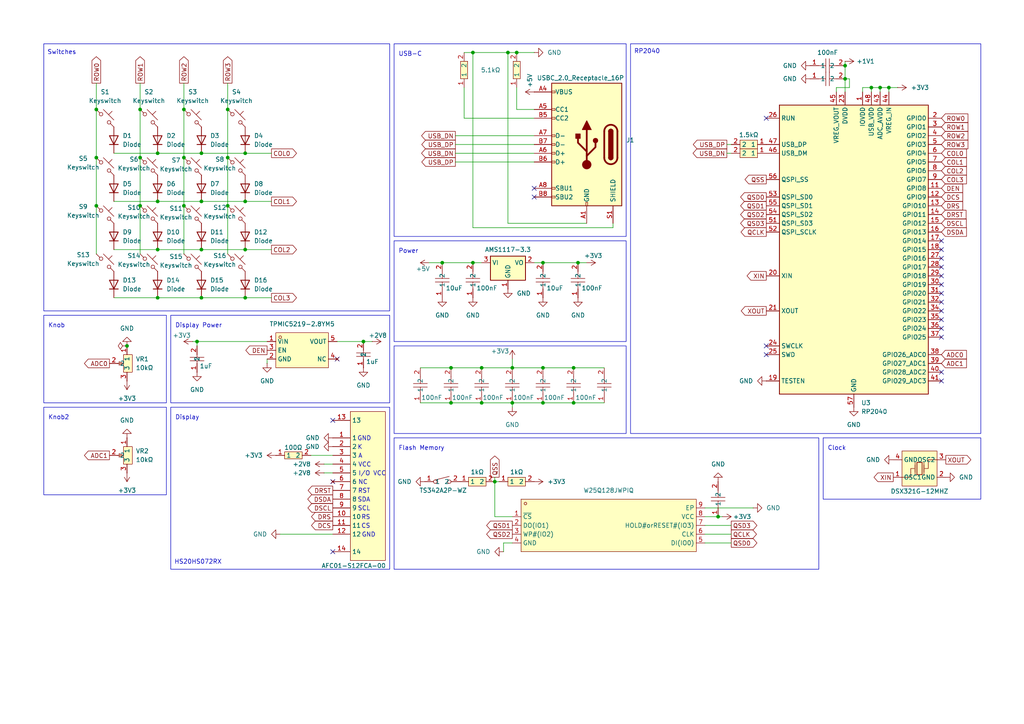
<source format=kicad_sch>
(kicad_sch (version 20250114) (generator "eeschema") (generator_version "9.0")
  (paper "A4")
  (title_block (title "Creative Pad") (date "2025-08-03") (rev "v1.1") (company "CherryTree56567"))
  (rectangle (start 12.7 118.11) (end 48.26 143.51))
  (rectangle (start 49.53 118.11) (end 113.03 165.1))
  (rectangle (start 114.3 12.7) (end 181.61 68.58))
  (rectangle (start 114.3 69.85) (end 181.61 99.06))
  (rectangle (start 12.7 91.44) (end 48.26 116.84))
  (rectangle (start 182.88 12.7) (end 284.48 125.73))
  (rectangle (start 114.3 100.33) (end 181.61 125.73))
  (rectangle (start 12.7 12.7) (end 113.03 90.17))
  (rectangle (start 114.3 127) (end 237.49 165.1))
  (rectangle (start 49.53 91.44) (end 113.03 116.84))
  (rectangle (start 238.76 127) (end 284.48 144.78))
  (text "RS" (at 107.442 150.876 0) (effects (font (size 1.27 1.27)) (justify right bottom)))
  (text "VCC" (at 107.696 135.636 0) (effects (font (size 1.27 1.27)) (justify right bottom)))
  (text "GND" (at 108.966 155.956 0) (effects (font (size 1.27 1.27)) (justify right bottom)))
  (text "GND" (at 107.696 128.016 0) (effects (font (size 1.27 1.27)) (justify right bottom)))
  (text "CS" (at 107.442 153.416 0) (effects (font (size 1.27 1.27)) (justify right bottom)))
  (text "I/O VCC" (at 112.014 138.176 0) (effects (font (size 1.27 1.27)) (justify right bottom)))
  (text "Knob" (at 13.97 95.25 0) (effects (font (size 1.27 1.27)) (justify left bottom)))
  (text "HS20HS072RX" (at 50.546 163.83 0) (effects (font (size 1.27 1.27)) (justify left bottom)))
  (text "Switches" (at 13.716 16.002 0) (effects (font (size 1.27 1.27)) (justify left bottom)))
  (text "Display" (at 50.8 121.92 0) (effects (font (size 1.27 1.27)) (justify left bottom)))
  (text "K" (at 105.156 130.556 0) (effects (font (size 1.27 1.27)) (justify right bottom)))
  (text "Display Power" (at 50.8 95.25 0) (effects (font (size 1.27 1.27)) (justify left bottom)))
  (text "Power" (at 115.57 73.66 0) (effects (font (size 1.27 1.27)) (justify left bottom)))
  (text "Knob2" (at 13.97 121.92 0) (effects (font (size 1.27 1.27)) (justify left bottom)))
  (text "SCL" (at 107.442 148.336 0) (effects (font (size 1.27 1.27)) (justify right bottom)))
  (text "RP2040" (at 183.896 15.748 0) (effects (font (size 1.27 1.27)) (justify left bottom)))
  (text "Flash Memory" (at 115.57 130.81 0) (effects (font (size 1.27 1.27)) (justify left bottom)))
  (text "USB-C" (at 115.57 16.51 0) (effects (font (size 1.27 1.27)) (justify left bottom)))
  (text "RST" (at 107.442 143.256 0) (effects (font (size 1.27 1.27)) (justify right bottom)))
  (text "SDA" (at 107.442 145.796 0) (effects (font (size 1.27 1.27)) (justify right bottom)))
  (text "A" (at 105.156 133.096 0) (effects (font (size 1.27 1.27)) (justify right bottom)))
  (text "Clock" (at 240.03 130.81 0) (effects (font (size 1.27 1.27)) (justify left bottom)))
  (text "NC" (at 106.68 140.716 0) (effects (font (size 1.27 1.27)) (justify right bottom)))
  (junction (at 130.81 106.68))
  (junction (at 166.37 116.84))
  (junction (at 245.11 22.86))
  (junction (at 143.51 139.7))
  (junction (at 45.72 44.45))
  (junction (at 53.34 45.72))
  (junction (at 157.48 76.2))
  (junction (at 66.04 31.75))
  (junction (at 166.37 106.68))
  (junction (at 66.04 59.69))
  (junction (at 105.41 99.06))
  (junction (at 57.15 99.06))
  (junction (at 45.72 86.36))
  (junction (at 139.7 106.68))
  (junction (at 36.83 100.33))
  (junction (at 208.28 149.86))
  (junction (at 58.42 86.36))
  (junction (at 27.94 31.75))
  (junction (at 245.11 19.05))
  (junction (at 255.27 25.4))
  (junction (at 148.59 116.84))
  (junction (at 137.16 15.24))
  (junction (at 40.64 59.69))
  (junction (at 71.12 72.39))
  (junction (at 157.48 116.84))
  (junction (at 66.04 45.72))
  (junction (at 58.42 72.39))
  (junction (at 139.7 116.84))
  (junction (at 71.12 44.45))
  (junction (at 147.32 15.24))
  (junction (at 128.27 76.2))
  (junction (at 71.12 86.36))
  (junction (at 149.86 15.24))
  (junction (at 27.94 45.72))
  (junction (at 45.72 58.42))
  (junction (at 157.48 106.68))
  (junction (at 137.16 76.2))
  (junction (at 45.72 72.39))
  (junction (at 53.34 31.75))
  (junction (at 257.81 25.4))
  (junction (at 27.94 59.69))
  (junction (at 58.42 58.42))
  (junction (at 71.12 58.42))
  (junction (at 58.42 44.45))
  (junction (at 40.64 45.72))
  (junction (at 53.34 59.69))
  (junction (at 40.64 31.75))
  (junction (at 130.81 116.84))
  (junction (at 148.59 106.68))
  (junction (at 167.64 76.2))
  (junction (at 252.73 25.4))
  (no_connect (at 273.05 95.25))
  (no_connect (at 96.52 160.02))
  (no_connect (at 154.94 57.15))
  (no_connect (at 273.05 110.49))
  (no_connect (at 273.05 107.95))
  (no_connect (at 222.25 34.29))
  (no_connect (at 273.05 82.55))
  (no_connect (at 222.25 100.33))
  (no_connect (at 273.05 97.79))
  (no_connect (at 273.05 92.71))
  (no_connect (at 273.05 85.09))
  (no_connect (at 96.52 139.7))
  (no_connect (at 273.05 74.93))
  (no_connect (at 273.05 69.85))
  (no_connect (at 273.05 80.01))
  (no_connect (at 96.52 121.92))
  (no_connect (at 273.05 77.47))
  (no_connect (at 154.94 54.61))
  (no_connect (at 273.05 72.39))
  (no_connect (at 222.25 102.87))
  (no_connect (at 97.79 104.14))
  (no_connect (at 273.05 87.63))
  (no_connect (at 273.05 90.17))
  (wire (pts (xy 255.27 25.4) (xy 252.73 25.4)))
  (wire (pts (xy 58.42 58.42) (xy 71.12 58.42)))
  (wire (pts (xy 53.34 59.69) (xy 53.34 73.66)))
  (wire (pts (xy 148.59 104.14) (xy 148.59 106.68)))
  (wire (pts (xy 204.47 149.86) (xy 208.28 149.86)))
  (wire (pts (xy 66.04 45.72) (xy 66.04 59.69)))
  (wire (pts (xy 149.86 25.4) (xy 149.86 31.75)))
  (wire (pts (xy 212.09 157.48) (xy 204.47 157.48)))
  (wire (pts (xy 71.12 86.36) (xy 78.74 86.36)))
  (wire (pts (xy 137.16 76.2) (xy 139.7 76.2)))
  (wire (pts (xy 53.34 31.75) (xy 53.34 45.72)))
  (wire (pts (xy 245.11 22.86) (xy 246.38 22.86)))
  (wire (pts (xy 132.08 44.45) (xy 154.94 44.45)))
  (wire (pts (xy 260.35 25.4) (xy 257.81 25.4)))
  (wire (pts (xy 250.19 25.4) (xy 250.19 26.67)))
  (wire (pts (xy 167.64 76.2) (xy 170.18 76.2)))
  (wire (pts (xy 212.09 41.91) (xy 210.82 41.91)))
  (wire (pts (xy 139.7 116.84) (xy 148.59 116.84)))
  (wire (pts (xy 242.57 25.4) (xy 246.38 25.4)))
  (wire (pts (xy 157.48 76.2) (xy 167.64 76.2)))
  (wire (pts (xy 124.46 76.2) (xy 128.27 76.2)))
  (wire (pts (xy 154.94 76.2) (xy 157.48 76.2)))
  (wire (pts (xy 204.47 152.4) (xy 212.09 152.4)))
  (wire (pts (xy 130.81 116.84) (xy 139.7 116.84)))
  (wire (pts (xy 143.51 138.43) (xy 143.51 139.7)))
  (wire (pts (xy 147.32 15.24) (xy 149.86 15.24)))
  (wire (pts (xy 252.73 25.4) (xy 252.73 26.67)))
  (wire (pts (xy 57.15 100.33) (xy 57.15 99.06)))
  (wire (pts (xy 242.57 26.67) (xy 242.57 25.4)))
  (wire (pts (xy 246.38 22.86) (xy 246.38 25.4)))
  (wire (pts (xy 121.92 106.68) (xy 130.81 106.68)))
  (wire (pts (xy 27.94 24.13) (xy 27.94 31.75)))
  (wire (pts (xy 53.34 45.72) (xy 53.34 59.69)))
  (wire (pts (xy 139.7 106.68) (xy 148.59 106.68)))
  (wire (pts (xy 166.37 116.84) (xy 175.26 116.84)))
  (wire (pts (xy 27.94 45.72) (xy 27.94 59.69)))
  (wire (pts (xy 154.94 34.29) (xy 134.62 34.29)))
  (wire (pts (xy 245.11 19.05) (xy 245.11 22.86)))
  (wire (pts (xy 252.73 25.4) (xy 250.19 25.4)))
  (wire (pts (xy 257.81 25.4) (xy 255.27 25.4)))
  (wire (pts (xy 143.51 139.7) (xy 143.51 149.86)))
  (wire (pts (xy 66.04 31.75) (xy 66.04 45.72)))
  (wire (pts (xy 58.42 44.45) (xy 71.12 44.45)))
  (wire (pts (xy 134.62 15.24) (xy 137.16 15.24)))
  (wire (pts (xy 146.05 157.48) (xy 148.59 157.48)))
  (wire (pts (xy 204.47 147.32) (xy 218.44 147.32)))
  (wire (pts (xy 58.42 86.36) (xy 71.12 86.36)))
  (wire (pts (xy 66.04 24.13) (xy 66.04 31.75)))
  (wire (pts (xy 146.05 160.02) (xy 146.05 157.48)))
  (wire (pts (xy 40.64 59.69) (xy 40.64 73.66)))
  (wire (pts (xy 71.12 58.42) (xy 78.74 58.42)))
  (wire (pts (xy 96.52 154.94) (xy 81.28 154.94)))
  (wire (pts (xy 245.11 22.86) (xy 245.11 26.67)))
  (wire (pts (xy 27.94 59.69) (xy 27.94 73.66)))
  (wire (pts (xy 58.42 72.39) (xy 71.12 72.39)))
  (wire (pts (xy 212.09 44.45) (xy 210.82 44.45)))
  (wire (pts (xy 148.59 118.11) (xy 148.59 116.84)))
  (wire (pts (xy 143.51 149.86) (xy 148.59 149.86)))
  (wire (pts (xy 96.52 134.62) (xy 93.98 134.62)))
  (wire (pts (xy 45.72 86.36) (xy 58.42 86.36)))
  (wire (pts (xy 45.72 44.45) (xy 58.42 44.45)))
  (wire (pts (xy 77.47 104.14) (xy 77.47 105.41)))
  (wire (pts (xy 33.02 58.42) (xy 45.72 58.42)))
  (wire (pts (xy 121.92 116.84) (xy 130.81 116.84)))
  (wire (pts (xy 137.16 15.24) (xy 147.32 15.24)))
  (wire (pts (xy 33.02 44.45) (xy 45.72 44.45)))
  (wire (pts (xy 128.27 76.2) (xy 137.16 76.2)))
  (wire (pts (xy 132.08 46.99) (xy 154.94 46.99)))
  (wire (pts (xy 33.02 72.39) (xy 45.72 72.39)))
  (wire (pts (xy 157.48 116.84) (xy 166.37 116.84)))
  (wire (pts (xy 166.37 106.68) (xy 175.26 106.68)))
  (wire (pts (xy 71.12 44.45) (xy 78.74 44.45)))
  (wire (pts (xy 170.18 64.77) (xy 147.32 64.77)))
  (wire (pts (xy 137.16 66.04) (xy 137.16 15.24)))
  (wire (pts (xy 208.28 149.86) (xy 209.55 149.86)))
  (wire (pts (xy 97.79 99.06) (xy 105.41 99.06)))
  (wire (pts (xy 255.27 25.4) (xy 255.27 26.67)))
  (wire (pts (xy 77.47 99.06) (xy 57.15 99.06)))
  (wire (pts (xy 204.47 154.94) (xy 212.09 154.94)))
  (wire (pts (xy 40.64 45.72) (xy 40.64 59.69)))
  (wire (pts (xy 132.08 39.37) (xy 154.94 39.37)))
  (wire (pts (xy 66.04 59.69) (xy 66.04 73.66)))
  (wire (pts (xy 177.8 66.04) (xy 137.16 66.04)))
  (wire (pts (xy 157.48 106.68) (xy 166.37 106.68)))
  (wire (pts (xy 27.94 31.75) (xy 27.94 45.72)))
  (wire (pts (xy 257.81 26.67) (xy 257.81 25.4)))
  (wire (pts (xy 130.81 106.68) (xy 139.7 106.68)))
  (wire (pts (xy 149.86 31.75) (xy 154.94 31.75)))
  (wire (pts (xy 45.72 58.42) (xy 58.42 58.42)))
  (wire (pts (xy 105.41 99.06) (xy 107.95 99.06)))
  (wire (pts (xy 149.86 15.24) (xy 154.94 15.24)))
  (wire (pts (xy 96.52 132.08) (xy 90.17 132.08)))
  (wire (pts (xy 40.64 24.13) (xy 40.64 31.75)))
  (wire (pts (xy 40.64 31.75) (xy 40.64 45.72)))
  (wire (pts (xy 148.59 106.68) (xy 157.48 106.68)))
  (wire (pts (xy 57.15 99.06) (xy 55.88 99.06)))
  (wire (pts (xy 134.62 34.29) (xy 134.62 25.4)))
  (wire (pts (xy 33.02 86.36) (xy 45.72 86.36)))
  (wire (pts (xy 245.11 17.78) (xy 245.11 19.05)))
  (wire (pts (xy 132.08 41.91) (xy 154.94 41.91)))
  (wire (pts (xy 45.72 72.39) (xy 58.42 72.39)))
  (wire (pts (xy 71.12 72.39) (xy 78.74 72.39)))
  (wire (pts (xy 53.34 24.13) (xy 53.34 31.75)))
  (wire (pts (xy 177.8 64.77) (xy 177.8 66.04)))
  (wire (pts (xy 148.59 116.84) (xy 157.48 116.84)))
  (wire (pts (xy 147.32 64.77) (xy 147.32 15.24)))
  (wire (pts (xy 143.51 139.7) (xy 144.78 139.7)))
  (wire (pts (xy 96.52 137.16) (xy 93.98 137.16)))
  (global_label "COL3" (shape output) (at 78.74 86.36 0) (property "Intersheetrefs" "${INTERSHEET_REFS}" (effects (hide yes))))
  (global_label "ROW2" (shape input) (at 273.05 39.37 0) (property "Intersheetrefs" "${INTERSHEET_REFS}" (effects (hide yes))))
  (global_label "DRS" (shape output) (at 96.52 149.86 180) (property "Intersheetrefs" "${INTERSHEET_REFS}" (effects (hide yes))))
  (global_label "ROW2" (shape output) (at 53.34 24.13 90) (property "Intersheetrefs" "${INTERSHEET_REFS}" (effects (hide yes))))
  (global_label "DRS" (shape input) (at 273.05 59.69 0) (property "Intersheetrefs" "${INTERSHEET_REFS}" (effects (hide yes))))
  (global_label "ADC1" (shape output) (at 31.75 132.08 180) (property "Intersheetrefs" "${INTERSHEET_REFS}" (effects (hide yes))))
  (global_label "XOUT" (shape output) (at 274.32 133.35 0) (property "Intersheetrefs" "${INTERSHEET_REFS}" (effects (hide yes))))
  (global_label "QSD2" (shape output) (at 222.25 62.23 180) (property "Intersheetrefs" "${INTERSHEET_REFS}" (effects (hide yes))))
  (global_label "QSD1" (shape output) (at 148.59 152.4 180) (property "Intersheetrefs" "${INTERSHEET_REFS}" (effects (hide yes))))
  (global_label "USB_DN" (shape output) (at 132.08 44.45 180) (property "Intersheetrefs" "${INTERSHEET_REFS}" (effects (hide yes))))
  (global_label "COL0" (shape input) (at 273.05 44.45 0) (property "Intersheetrefs" "${INTERSHEET_REFS}" (effects (hide yes))))
  (global_label "QSD0" (shape output) (at 222.25 57.15 180) (property "Intersheetrefs" "${INTERSHEET_REFS}" (effects (hide yes))))
  (global_label "COL1" (shape input) (at 273.05 46.99 0) (property "Intersheetrefs" "${INTERSHEET_REFS}" (effects (hide yes))))
  (global_label "QSD0" (shape output) (at 212.09 157.48 0) (property "Intersheetrefs" "${INTERSHEET_REFS}" (effects (hide yes))))
  (global_label "COL0" (shape output) (at 78.74 44.45 0) (property "Intersheetrefs" "${INTERSHEET_REFS}" (effects (hide yes))))
  (global_label "COL2" (shape output) (at 78.74 72.39 0) (property "Intersheetrefs" "${INTERSHEET_REFS}" (effects (hide yes))))
  (global_label "DEN" (shape output) (at 77.47 101.6 180) (property "Intersheetrefs" "${INTERSHEET_REFS}" (effects (hide yes))))
  (global_label "DCS" (shape output) (at 96.52 152.4 180) (property "Intersheetrefs" "${INTERSHEET_REFS}" (effects (hide yes))))
  (global_label "ROW3" (shape output) (at 66.04 24.13 90) (property "Intersheetrefs" "${INTERSHEET_REFS}" (effects (hide yes))))
  (global_label "QSD1" (shape output) (at 222.25 59.69 180) (property "Intersheetrefs" "${INTERSHEET_REFS}" (effects (hide yes))))
  (global_label "COL1" (shape output) (at 78.74 58.42 0) (property "Intersheetrefs" "${INTERSHEET_REFS}" (effects (hide yes))))
  (global_label "DCS" (shape input) (at 273.05 57.15 0) (property "Intersheetrefs" "${INTERSHEET_REFS}" (effects (hide yes))))
  (global_label "DSCL" (shape input) (at 273.05 64.77 0) (property "Intersheetrefs" "${INTERSHEET_REFS}" (effects (hide yes))))
  (global_label "ADC1" (shape input) (at 273.05 105.41 0) (property "Intersheetrefs" "${INTERSHEET_REFS}" (effects (hide yes))))
  (global_label "QSS" (shape output) (at 222.25 52.07 180) (property "Intersheetrefs" "${INTERSHEET_REFS}" (effects (hide yes))))
  (global_label "QSD2" (shape output) (at 148.59 154.94 180) (property "Intersheetrefs" "${INTERSHEET_REFS}" (effects (hide yes))))
  (global_label "USB_DP" (shape output) (at 132.08 46.99 180) (property "Intersheetrefs" "${INTERSHEET_REFS}" (effects (hide yes))))
  (global_label "ROW3" (shape input) (at 273.05 41.91 0) (property "Intersheetrefs" "${INTERSHEET_REFS}" (effects (hide yes))))
  (global_label "XOUT" (shape output) (at 222.25 90.17 180) (property "Intersheetrefs" "${INTERSHEET_REFS}" (effects (hide yes))))
  (global_label "COL3" (shape input) (at 273.05 52.07 0) (property "Intersheetrefs" "${INTERSHEET_REFS}" (effects (hide yes))))
  (global_label "USB_DP" (shape output) (at 132.08 41.91 180) (property "Intersheetrefs" "${INTERSHEET_REFS}" (effects (hide yes))))
  (global_label "QCLK" (shape output) (at 222.25 67.31 180) (property "Intersheetrefs" "${INTERSHEET_REFS}" (effects (hide yes))))
  (global_label "ROW1" (shape output) (at 40.64 24.13 90) (property "Intersheetrefs" "${INTERSHEET_REFS}" (effects (hide yes))))
  (global_label "QSS" (shape output) (at 143.51 138.43 90) (property "Intersheetrefs" "${INTERSHEET_REFS}" (effects (hide yes))))
  (global_label "DRST" (shape output) (at 96.52 142.24 180) (property "Intersheetrefs" "${INTERSHEET_REFS}" (effects (hide yes))))
  (global_label "USB_DN" (shape output) (at 132.08 39.37 180) (property "Intersheetrefs" "${INTERSHEET_REFS}" (effects (hide yes))))
  (global_label "ROW0" (shape input) (at 273.05 34.29 0) (property "Intersheetrefs" "${INTERSHEET_REFS}" (effects (hide yes))))
  (global_label "XIN" (shape output) (at 259.08 138.43 180) (property "Intersheetrefs" "${INTERSHEET_REFS}" (effects (hide yes))))
  (global_label "ADC0" (shape input) (at 273.05 102.87 0) (property "Intersheetrefs" "${INTERSHEET_REFS}" (effects (hide yes))))
  (global_label "DSDA" (shape output) (at 96.52 144.78 180) (property "Intersheetrefs" "${INTERSHEET_REFS}" (effects (hide yes))))
  (global_label "QCLK" (shape output) (at 212.09 154.94 0) (property "Intersheetrefs" "${INTERSHEET_REFS}" (effects (hide yes))))
  (global_label "ROW0" (shape output) (at 27.94 24.13 90) (property "Intersheetrefs" "${INTERSHEET_REFS}" (effects (hide yes))))
  (global_label "QSD3" (shape output) (at 212.09 152.4 0) (property "Intersheetrefs" "${INTERSHEET_REFS}" (effects (hide yes))))
  (global_label "COL2" (shape input) (at 273.05 49.53 0) (property "Intersheetrefs" "${INTERSHEET_REFS}" (effects (hide yes))))
  (global_label "DRST" (shape input) (at 273.05 62.23 0) (property "Intersheetrefs" "${INTERSHEET_REFS}" (effects (hide yes))))
  (global_label "ROW1" (shape input) (at 273.05 36.83 0) (property "Intersheetrefs" "${INTERSHEET_REFS}" (effects (hide yes))))
  (global_label "DSCL" (shape output) (at 96.52 147.32 180) (property "Intersheetrefs" "${INTERSHEET_REFS}" (effects (hide yes))))
  (global_label "XIN" (shape output) (at 222.25 80.01 180) (property "Intersheetrefs" "${INTERSHEET_REFS}" (effects (hide yes))))
  (global_label "USB_DP" (shape output) (at 210.82 41.91 180) (property "Intersheetrefs" "${INTERSHEET_REFS}" (effects (hide yes))))
  (global_label "QSD3" (shape output) (at 222.25 64.77 180) (property "Intersheetrefs" "${INTERSHEET_REFS}" (effects (hide yes))))
  (global_label "ADC0" (shape output) (at 31.75 105.41 180) (property "Intersheetrefs" "${INTERSHEET_REFS}" (effects (hide yes))))
  (global_label "DSDA" (shape input) (at 273.05 67.31 0) (property "Intersheetrefs" "${INTERSHEET_REFS}" (effects (hide yes))))
  (global_label "DEN" (shape input) (at 273.05 54.61 0) (property "Intersheetrefs" "${INTERSHEET_REFS}" (effects (hide yes))))
  (global_label "USB_DN" (shape output) (at 210.82 44.45 180) (property "Intersheetrefs" "${INTERSHEET_REFS}" (effects (hide yes))))
  (symbol (lib_id "ScottoKeebs:Placeholder_Keyswitch") (at 30.48 34.29 0) (unit 1)
    (property "Reference" "S1" (at 30.48 26.67 0))
    (property "Value" "Keyswitch" (at 30.48 29.21 0))
    (property "Footprint" "Switch_Keyboard_Hotswap_Kailh:SW_Hotswap_Kailh_MX_1.00u" (effects (hide yes)))
    (property "Description" "Push button switch, normally open, two pins, 45° tilted" (effects (hide yes)))
  )
  (symbol (lib_id "ScottoKeebs:Placeholder_Diode") (at 33.02 54.61 90) (unit 1)
    (property "Reference" "D5" (at 35.56 53.3399 90) (effects (justify right)))
    (property "Value" "Diode" (at 35.56 55.8799 90) (effects (justify right)))
    (property "Footprint" "ScottoKeebs_Components:Diode_DO-35" (effects (hide yes)))
    (property "Description" "1N4148 (DO-35) or 1N4148W (SOD-123)" (effects (hide yes)))
    (property "Sim.Device" "D" (effects (hide yes)))
    (property "Sim.Pins" "1=K 2=A" (effects (hide yes)))
  )
  (symbol (lib_id "ScottoKeebs:Placeholder_Diode") (at 58.42 82.55 90) (unit 1)
    (property "Reference" "D15" (at 60.96 81.2799 90) (effects (justify right)))
    (property "Value" "Diode" (at 60.96 83.8199 90) (effects (justify right)))
    (property "Footprint" "ScottoKeebs_Components:Diode_DO-35" (effects (hide yes)))
    (property "Description" "1N4148 (DO-35) or 1N4148W (SOD-123)" (effects (hide yes)))
    (property "Sim.Device" "D" (effects (hide yes)))
    (property "Sim.Pins" "1=K 2=A" (effects (hide yes)))
  )
  (symbol (lib_id "easyeda2kicad:CC0603KRX7R9BB104") (at 208.28 144.78 90) (unit 1)
    (property "Reference" "C11" (effects (hide yes)))
    (property "Value" "100nF" (effects (hide yes)))
    (property "Footprint" "easyeda2kicad:C0603" (effects (hide yes)))
    (property "Datasheet" "https://lcsc.com/product-detail/Multilayer-Ceramic-Capacitors-MLCC-SMD-SMT_100nF-104-10-50V_C14663.html" (effects (hide yes)))
    (property "LCSC Part" "C14663" (effects (hide yes)))
  )
  (symbol (lib_id "easyeda2kicad:DSX321G-12MHZ") (at 266.7 135.89 0) (unit 1)
    (property "Reference" "X2" (effects (hide yes)))
    (property "Value" "DSX321G-12MHZ" (at 266.7 142.494 0))
    (property "Footprint" "easyeda2kicad:CRYSTAL-SMD_4P-L3.2-W2.5-BL" (effects (hide yes)))
    (property "Datasheet" "https://lcsc.com/product-detail/SMD-Crystals_KDS_DSX321G-12MHz_12MHz-12pF-20ppm_C93234.html" (effects (hide yes)))
    (property "LCSC Part" "C93234" (effects (hide yes)))
  )
  (symbol (lib_id "ScottoKeebs:Placeholder_Diode") (at 45.72 68.58 90) (unit 1)
    (property "Reference" "D10" (at 48.26 67.3099 90) (effects (justify right)))
    (property "Value" "Diode" (at 48.26 69.8499 90) (effects (justify right)))
    (property "Footprint" "ScottoKeebs_Components:Diode_DO-35" (effects (hide yes)))
    (property "Description" "1N4148 (DO-35) or 1N4148W (SOD-123)" (effects (hide yes)))
    (property "Sim.Device" "D" (effects (hide yes)))
    (property "Sim.Pins" "1=K 2=A" (effects (hide yes)))
  )
  (symbol (lib_id "power:GND") (at 157.48 86.36 0) (unit 1)
    (property "Reference" "#PWR020" (effects (hide yes)))
    (property "Value" "GND" (at 157.48 91.44 0))
    (property "Description" "Power symbol creates a global label with name \"GND\" , ground" (effects (hide yes)))
  )
  (symbol (lib_id "power:GND") (at 146.05 160.02 270) (unit 1)
    (property "Reference" "#PWR023" (effects (hide yes)))
    (property "Value" "GND" (at 142.24 160.0199 90) (effects (justify right)))
    (property "Description" "Power symbol creates a global label with name \"GND\" , ground" (effects (hide yes)))
  )
  (symbol (lib_id "power:GND") (at 137.16 86.36 0) (unit 1)
    (property "Reference" "#PWR017" (effects (hide yes)))
    (property "Value" "GND" (at 137.16 91.44 0))
    (property "Description" "Power symbol creates a global label with name \"GND\" , ground" (effects (hide yes)))
  )
  (symbol (lib_id "power:GND") (at 96.52 129.54 270) (unit 1)
    (property "Reference" "#PWR041" (effects (hide yes)))
    (property "Value" "GND" (at 92.71 129.5399 90) (effects (justify right)))
    (property "Description" "Power symbol creates a global label with name \"GND\" , ground" (effects (hide yes)))
  )
  (symbol (lib_id "ScottoKeebs:Placeholder_Diode") (at 71.12 54.61 90) (unit 1)
    (property "Reference" "D8" (at 73.66 53.3399 90) (effects (justify right)))
    (property "Value" "Diode" (at 73.66 55.8799 90) (effects (justify right)))
    (property "Footprint" "ScottoKeebs_Components:Diode_DO-35" (effects (hide yes)))
    (property "Description" "1N4148 (DO-35) or 1N4148W (SOD-123)" (effects (hide yes)))
    (property "Sim.Device" "D" (effects (hide yes)))
    (property "Sim.Pins" "1=K 2=A" (effects (hide yes)))
  )
  (symbol (lib_id "easyeda2kicad:FRC0402J102TS") (at 149.86 139.7 0) (unit 1)
    (property "Reference" "R3" (effects (hide yes)))
    (property "Value" "1kΩ" (at 149.86 136.906 0))
    (property "Footprint" "easyeda2kicad:R0402" (effects (hide yes)))
    (property "LCSC Part" "C2906899" (effects (hide yes)))
  )
  (symbol (lib_id "easyeda2kicad:CC0603KRX7R9BB104") (at 167.64 81.28 90) (unit 1)
    (property "Reference" "C14" (effects (hide yes)))
    (property "Value" "100nF" (at 168.656 83.566 90) (effects (justify right)))
    (property "Footprint" "easyeda2kicad:C0603" (effects (hide yes)))
    (property "Datasheet" "https://lcsc.com/product-detail/Multilayer-Ceramic-Capacitors-MLCC-SMD-SMT_100nF-104-10-50V_C14663.html" (effects (hide yes)))
    (property "LCSC Part" "C14663" (effects (hide yes)))
  )
  (symbol (lib_id "ScottoKeebs:Placeholder_Keyswitch") (at 30.48 76.2 0) (unit 1)
    (property "Reference" "S13" (at 24.13 73.914 0))
    (property "Value" "Keyswitch" (at 24.13 76.454 0))
    (property "Footprint" "Switch_Keyboard_Hotswap_Kailh:SW_Hotswap_Kailh_MX_1.00u" (effects (hide yes)))
    (property "Description" "Push button switch, normally open, two pins, 45° tilted" (effects (hide yes)))
  )
  (symbol (lib_id "ScottoKeebs:Placeholder_Keyswitch") (at 43.18 76.2 0) (unit 1)
    (property "Reference" "S14" (at 38.862 74.168 0))
    (property "Value" "Keyswitch" (at 38.862 76.708 0))
    (property "Footprint" "Switch_Keyboard_Hotswap_Kailh:SW_Hotswap_Kailh_MX_1.00u" (effects (hide yes)))
    (property "Description" "Push button switch, normally open, two pins, 45° tilted" (effects (hide yes)))
  )
  (symbol (lib_id "ScottoKeebs:Placeholder_Diode") (at 58.42 68.58 90) (unit 1)
    (property "Reference" "D11" (at 60.96 67.3099 90) (effects (justify right)))
    (property "Value" "Diode" (at 60.96 69.8499 90) (effects (justify right)))
    (property "Footprint" "ScottoKeebs_Components:Diode_DO-35" (effects (hide yes)))
    (property "Description" "1N4148 (DO-35) or 1N4148W (SOD-123)" (effects (hide yes)))
    (property "Sim.Device" "D" (effects (hide yes)))
    (property "Sim.Pins" "1=K 2=A" (effects (hide yes)))
  )
  (symbol (lib_id "ScottoKeebs:Placeholder_Keyswitch") (at 43.18 48.26 0) (unit 1)
    (property "Reference" "S6" (at 38.862 46.228 0))
    (property "Value" "Keyswitch" (at 38.862 48.768 0))
    (property "Footprint" "Switch_Keyboard_Hotswap_Kailh:SW_Hotswap_Kailh_MX_1.00u" (effects (hide yes)))
    (property "Description" "Push button switch, normally open, two pins, 45° tilted" (effects (hide yes)))
  )
  (symbol (lib_id "ScottoKeebs:Placeholder_Keyswitch") (at 55.88 48.26 0) (unit 1)
    (property "Reference" "S7" (at 51.054 46.482 0))
    (property "Value" "Keyswitch" (at 51.054 49.022 0))
    (property "Footprint" "Switch_Keyboard_Hotswap_Kailh:SW_Hotswap_Kailh_MX_1.00u" (effects (hide yes)))
    (property "Description" "Push button switch, normally open, two pins, 45° tilted" (effects (hide yes)))
  )
  (symbol (lib_id "ScottoKeebs:Placeholder_Diode") (at 33.02 82.55 90) (unit 1)
    (property "Reference" "D13" (at 35.56 81.2799 90) (effects (justify right)))
    (property "Value" "Diode" (at 35.56 83.8199 90) (effects (justify right)))
    (property "Footprint" "ScottoKeebs_Components:Diode_DO-35" (effects (hide yes)))
    (property "Description" "1N4148 (DO-35) or 1N4148W (SOD-123)" (effects (hide yes)))
    (property "Sim.Device" "D" (effects (hide yes)))
    (property "Sim.Pins" "1=K 2=A" (effects (hide yes)))
  )
  (symbol (lib_id "easyeda2kicad:CC0603KRX7R9BB104") (at 148.59 111.76 90) (unit 1)
    (property "Reference" "C5" (effects (hide yes)))
    (property "Value" "100nF" (at 148.844 115.316 90) (effects (justify right)))
    (property "Footprint" "easyeda2kicad:C0603" (effects (hide yes)))
    (property "Datasheet" "https://lcsc.com/product-detail/Multilayer-Ceramic-Capacitors-MLCC-SMD-SMT_100nF-104-10-50V_C14663.html" (effects (hide yes)))
    (property "LCSC Part" "C14663" (effects (hide yes)))
  )
  (symbol (lib_id "ScottoKeebs:Placeholder_Diode") (at 58.42 40.64 90) (unit 1)
    (property "Reference" "D3" (at 60.96 39.3699 90) (effects (justify right)))
    (property "Value" "Diode" (at 60.96 41.9099 90) (effects (justify right)))
    (property "Footprint" "ScottoKeebs_Components:Diode_DO-35" (effects (hide yes)))
    (property "Description" "1N4148 (DO-35) or 1N4148W (SOD-123)" (effects (hide yes)))
    (property "Sim.Device" "D" (effects (hide yes)))
    (property "Sim.Pins" "1=K 2=A" (effects (hide yes)))
  )
  (symbol (lib_id "power:+3V3") (at 154.94 139.7 270) (unit 1)
    (property "Reference" "#PWR09" (effects (hide yes)))
    (property "Value" "+3V3" (at 158.75 139.6999 90) (effects (justify left)))
    (property "Description" "Power symbol creates a global label with name \"+3V3\"" (effects (hide yes)))
  )
  (symbol (lib_id "easyeda2kicad:CC0603KRX7R9BB104") (at 121.92 111.76 90) (unit 1)
    (property "Reference" "C8" (effects (hide yes)))
    (property "Value" "100nF" (at 122.174 115.316 90) (effects (justify right)))
    (property "Footprint" "easyeda2kicad:C0603" (effects (hide yes)))
    (property "Datasheet" "https://lcsc.com/product-detail/Multilayer-Ceramic-Capacitors-MLCC-SMD-SMT_100nF-104-10-50V_C14663.html" (effects (hide yes)))
    (property "LCSC Part" "C14663" (effects (hide yes)))
  )
  (symbol (lib_id "ScottoKeebs:Placeholder_Diode") (at 45.72 82.55 90) (unit 1)
    (property "Reference" "D14" (at 48.26 81.2799 90) (effects (justify right)))
    (property "Value" "Diode" (at 48.26 83.8199 90) (effects (justify right)))
    (property "Footprint" "ScottoKeebs_Components:Diode_DO-35" (effects (hide yes)))
    (property "Description" "1N4148 (DO-35) or 1N4148W (SOD-123)" (effects (hide yes)))
    (property "Sim.Device" "D" (effects (hide yes)))
    (property "Sim.Pins" "1=K 2=A" (effects (hide yes)))
  )
  (symbol (lib_id "power:+3V3") (at 170.18 76.2 270) (unit 1)
    (property "Reference" "#PWR012" (effects (hide yes)))
    (property "Value" "+3V3" (at 169.418 74.168 90) (effects (justify left)))
    (property "Description" "Power symbol creates a global label with name \"+3V3\"" (effects (hide yes)))
  )
  (symbol (lib_id "power:GND") (at 259.08 133.35 270) (unit 1)
    (property "Reference" "#PWR026" (effects (hide yes)))
    (property "Value" "GND" (at 255.27 133.3499 90) (effects (justify right)))
    (property "Description" "Power symbol creates a global label with name \"GND\" , ground" (effects (hide yes)))
  )
  (symbol (lib_id "power:GND") (at 96.52 127 270) (unit 1)
    (property "Reference" "#PWR040" (effects (hide yes)))
    (property "Value" "GND" (at 92.71 126.9999 90) (effects (justify right)))
    (property "Description" "Power symbol creates a global label with name \"GND\" , ground" (effects (hide yes)))
  )
  (symbol (lib_id "easyeda2kicad:3362P-1-103LF") (at 34.29 105.41 0) (unit 1)
    (property "Reference" "VR1" (at 39.37 104.1399 0) (effects (justify left)))
    (property "Value" "10kΩ" (at 39.37 106.6799 0) (effects (justify left)))
    (property "Footprint" "easyeda2kicad:RES-ADJ-TH_3362P" (effects (hide yes)))
    (property "Datasheet" "https://lcsc.com/product-detail/Precision-Potentiometer_BOURNS_3362P-1-103LF_10KR_C58159.html" (effects (hide yes)))
    (property "LCSC Part" "C58159" (effects (hide yes)))
  )
  (symbol (lib_id "easyeda2kicad:CC0603KRX7R9BB104") (at 166.37 111.76 90) (unit 1)
    (property "Reference" "C9" (effects (hide yes)))
    (property "Value" "100nF" (at 166.878 115.316 90) (effects (justify right)))
    (property "Footprint" "easyeda2kicad:C0603" (effects (hide yes)))
    (property "Datasheet" "https://lcsc.com/product-detail/Multilayer-Ceramic-Capacitors-MLCC-SMD-SMT_100nF-104-10-50V_C14663.html" (effects (hide yes)))
    (property "LCSC Part" "C14663" (effects (hide yes)))
  )
  (symbol (lib_id "easyeda2kicad:CC0603KRX7R9BB104") (at 157.48 111.76 90) (unit 1)
    (property "Reference" "C10" (effects (hide yes)))
    (property "Value" "100nF" (at 157.734 115.316 90) (effects (justify right)))
    (property "Footprint" "easyeda2kicad:C0603" (effects (hide yes)))
    (property "Datasheet" "https://lcsc.com/product-detail/Multilayer-Ceramic-Capacitors-MLCC-SMD-SMT_100nF-104-10-50V_C14663.html" (effects (hide yes)))
    (property "LCSC Part" "C14663" (effects (hide yes)))
  )
  (symbol (lib_id "easyeda2kicad:AFC01-S12FCA-00") (at 104.14 140.97 0) (unit 1)
    (property "Reference" "FPC1" (effects (hide yes)))
    (property "Value" "AFC01-S12FCA-00" (at 93.218 164.084 0) (effects (justify left)))
    (property "Footprint" "easyeda2kicad:FPC-SMD_AFC01-S12FCA-00" (effects (hide yes)))
    (property "Datasheet" "https://lcsc.com/product-detail/Others_JUSHUO-AFC01-S12FCA-00_C262661.html" (effects (hide yes)))
    (property "LCSC Part" "C262661" (effects (hide yes)))
  )
  (symbol (lib_id "power:GND") (at 234.95 19.05 270) (unit 1)
    (property "Reference" "#PWR032" (effects (hide yes)))
    (property "Value" "GND" (at 231.14 19.0499 90) (effects (justify right)))
    (property "Description" "Power symbol creates a global label with name \"GND\" , ground" (effects (hide yes)))
  )
  (symbol (lib_id "power:+3V3") (at 36.83 137.16 180) (unit 1)
    (property "Reference" "#PWR04" (effects (hide yes)))
    (property "Value" "+3V3" (at 36.83 142.24 0))
    (property "Description" "Power symbol creates a global label with name \"+3V3\"" (effects (hide yes)))
  )
  (symbol (lib_id "ScottoKeebs:Placeholder_Keyswitch") (at 68.58 62.23 0) (unit 1)
    (property "Reference" "S12" (at 63.754 60.198 0))
    (property "Value" "Keyswitch" (at 63.754 62.738 0))
    (property "Footprint" "Switch_Keyboard_Hotswap_Kailh:SW_Hotswap_Kailh_MX_1.00u" (effects (hide yes)))
    (property "Description" "Push button switch, normally open, two pins, 45° tilted" (effects (hide yes)))
  )
  (symbol (lib_id "power:GND") (at 36.83 100.33 180) (unit 1)
    (property "Reference" "#PWR01" (effects (hide yes)))
    (property "Value" "GND" (at 36.83 95.25 0))
    (property "Description" "Power symbol creates a global label with name \"GND\" , ground" (effects (hide yes)))
  )
  (symbol (lib_id "power:+3V3") (at 260.35 25.4 270) (unit 1)
    (property "Reference" "#PWR011" (effects (hide yes)))
    (property "Value" "+3V3" (at 264.16 25.3999 90) (effects (justify left)))
    (property "Description" "Power symbol creates a global label with name \"+3V3\"" (effects (hide yes)))
  )
  (symbol (lib_id "power:+3V3") (at 55.88 99.06 90) (unit 1)
    (property "Reference" "#PWR05" (effects (hide yes)))
    (property "Value" "+3V3" (at 55.372 97.282 90) (effects (justify left)))
    (property "Description" "Power symbol creates a global label with name \"+3V3\"" (effects (hide yes)))
  )
  (symbol (lib_id "ScottoKeebs:Placeholder_Keyswitch") (at 55.88 62.23 0) (unit 1)
    (property "Reference" "S11" (at 51.054 60.452 0))
    (property "Value" "Keyswitch" (at 51.054 62.992 0))
    (property "Footprint" "Switch_Keyboard_Hotswap_Kailh:SW_Hotswap_Kailh_MX_1.00u" (effects (hide yes)))
    (property "Description" "Push button switch, normally open, two pins, 45° tilted" (effects (hide yes)))
  )
  (symbol (lib_id "power:GND") (at 222.25 110.49 270) (unit 1)
    (property "Reference" "#PWR045" (effects (hide yes)))
    (property "Value" "GND" (at 218.44 110.4899 90) (effects (justify right)))
    (property "Description" "Power symbol creates a global label with name \"GND\" , ground" (effects (hide yes)))
  )
  (symbol (lib_id "ScottoKeebs:Placeholder_Keyswitch") (at 68.58 76.2 0) (unit 1)
    (property "Reference" "S16" (at 63.754 74.168 0))
    (property "Value" "Keyswitch" (at 63.754 76.708 0))
    (property "Footprint" "Switch_Keyboard_Hotswap_Kailh:SW_Hotswap_Kailh_MX_1.00u" (effects (hide yes)))
    (property "Description" "Push button switch, normally open, two pins, 45° tilted" (effects (hide yes)))
  )
  (symbol (lib_id "power:+5V") (at 154.94 26.67 90) (unit 1)
    (property "Reference" "#PWR033" (effects (hide yes)))
    (property "Value" "+5V" (at 153.67 23.368 0))
    (property "Description" "Power symbol creates a global label with name \"+5V\"" (effects (hide yes)))
  )
  (symbol (lib_id "easyeda2kicad:CL10A106MQ8NNNC") (at 128.27 81.28 90) (unit 1)
    (property "Reference" "C1" (effects (hide yes)))
    (property "Value" "10uF" (at 129.286 83.566 90) (effects (justify right)))
    (property "Footprint" "easyeda2kicad:C0603" (effects (hide yes)))
    (property "Datasheet" "https://lcsc.com/product-detail/Multilayer-Ceramic-Capacitors-MLCC-SMD-SMT_SAMSUNG_CL10A106MQ8NNNC_10uF-106-20-6-3V_C1691.html" (effects (hide yes)))
    (property "LCSC Part" "C1691" (effects (hide yes)))
  )
  (symbol (lib_id "power:+2V8") (at 93.98 134.62 90) (unit 1)
    (property "Reference" "#PWR037" (effects (hide yes)))
    (property "Value" "+2V8" (at 90.17 134.6199 90) (effects (justify left)))
    (property "Description" "Power symbol creates a global label with name \"+2V8\"" (effects (hide yes)))
  )
  (symbol (lib_id "easyeda2kicad:CC0603KRX7R9BB104") (at 139.7 111.76 90) (unit 1)
    (property "Reference" "C6" (effects (hide yes)))
    (property "Value" "100nF" (at 139.954 115.316 90) (effects (justify right)))
    (property "Footprint" "easyeda2kicad:C0603" (effects (hide yes)))
    (property "Datasheet" "https://lcsc.com/product-detail/Multilayer-Ceramic-Capacitors-MLCC-SMD-SMT_100nF-104-10-50V_C14663.html" (effects (hide yes)))
    (property "LCSC Part" "C14663" (effects (hide yes)))
  )
  (symbol (lib_id "easyeda2kicad:RC0603FR-075K1L") (at 149.86 20.32 90) (unit 1)
    (property "Reference" "R9" (effects (hide yes)))
    (property "Value" "5.1kΩ" (at 139.446 20.32 90) (effects (justify right)))
    (property "Footprint" "easyeda2kicad:R0603" (effects (hide yes)))
    (property "Datasheet" "https://lcsc.com/product-detail/Chip-Resistor-Surface-Mount_5-1KR-5101-1_C105580.html" (effects (hide yes)))
    (property "LCSC Part" "C105580" (effects (hide yes)))
  )
  (symbol (lib_id "power:+2V8") (at 93.98 137.16 90) (unit 1)
    (property "Reference" "#PWR038" (effects (hide yes)))
    (property "Value" "+2V8" (at 90.17 137.1599 90) (effects (justify left)))
    (property "Description" "Power symbol creates a global label with name \"+2V8\"" (effects (hide yes)))
  )
  (symbol (lib_id "easyeda2kicad:CL05A105KP5NNNC") (at 57.15 104.14 90) (unit 1)
    (property "Reference" "C15" (effects (hide yes)))
    (property "Value" "1uF" (at 57.912 106.172 90) (effects (justify right)))
    (property "Footprint" "easyeda2kicad:C0402" (effects (hide yes)))
    (property "Datasheet" "https://lcsc.com/product-detail/Multilayer-Ceramic-Capacitors-MLCC-SMD-SMT_SAMSUNG_CL05A105KP5NNNC_1uF-105-10-10V_C14445.html" (effects (hide yes)))
    (property "LCSC Part" "C14445" (effects (hide yes)))
  )
  (symbol (lib_id "Connector:USB_C_Receptacle_USB2.0_16P") (at 170.18 41.91 0) (mirror y) (unit 1)
    (property "Reference" "J1" (at 181.61 40.6399 0) (effects (justify right)))
    (property "Value" "USBC_2.0_Receptacle_16P" (at 155.702 22.606 0) (effects (justify right)))
    (property "Datasheet" "https://www.usb.org/sites/default/files/documents/usb_type-c.zip" (effects (hide yes)))
    (property "Description" "USB 2.0-only 16P Type-C Receptacle connector" (effects (hide yes)))
  )
  (symbol (lib_id "easyeda2kicad:FRC0402J102TS") (at 138.43 139.7 0) (unit 1)
    (property "Reference" "R2" (effects (hide yes)))
    (property "Value" "1kΩ" (at 138.43 136.906 0))
    (property "Footprint" "easyeda2kicad:R0402" (effects (hide yes)))
    (property "LCSC Part" "C2906899" (effects (hide yes)))
  )
  (symbol (lib_id "power:+3V3") (at 80.01 132.08 90) (unit 1)
    (property "Reference" "#PWR06" (effects (hide yes)))
    (property "Value" "+3V3" (at 76.2 132.0799 90) (effects (justify left)))
    (property "Description" "Power symbol creates a global label with name \"+3V3\"" (effects (hide yes)))
  )
  (symbol (lib_id "ScottoKeebs:Placeholder_Keyswitch") (at 30.48 48.26 0) (unit 1)
    (property "Reference" "S5" (at 24.13 45.974 0))
    (property "Value" "Keyswitch" (at 24.13 48.514 0))
    (property "Footprint" "Switch_Keyboard_Hotswap_Kailh:SW_Hotswap_Kailh_MX_1.00u" (effects (hide yes)))
    (property "Description" "Push button switch, normally open, two pins, 45° tilted" (effects (hide yes)))
  )
  (symbol (lib_id "easyeda2kicad:0402WGF1000TCE_1") (at 85.09 132.08 0) (unit 1)
    (property "Reference" "R8" (effects (hide yes)))
    (property "Value" "100Ω" (at 85.09 129.794 0))
    (property "Footprint" "easyeda2kicad:R0402" (effects (hide yes)))
    (property "Datasheet" "https://lcsc.com/product-detail/Chip-Resistor-Surface-Mount-UniOhm_100R-1000-1_C25076.html" (effects (hide yes)))
    (property "LCSC Part" "C25076" (effects (hide yes)))
  )
  (symbol (lib_id "easyeda2kicad:CC0603KRX7R9BB104") (at 130.81 111.76 90) (unit 1)
    (property "Reference" "C7" (effects (hide yes)))
    (property "Value" "100nF" (at 131.064 115.316 90) (effects (justify right)))
    (property "Footprint" "easyeda2kicad:C0603" (effects (hide yes)))
    (property "Datasheet" "https://lcsc.com/product-detail/Multilayer-Ceramic-Capacitors-MLCC-SMD-SMT_100nF-104-10-50V_C14663.html" (effects (hide yes)))
    (property "LCSC Part" "C14663" (effects (hide yes)))
  )
  (symbol (lib_id "power:GND") (at 148.59 118.11 0) (unit 1)
    (property "Reference" "#PWR021" (effects (hide yes)))
    (property "Value" "GND" (at 148.59 123.19 0))
    (property "Description" "Power symbol creates a global label with name \"GND\" , ground" (effects (hide yes)))
  )
  (symbol (lib_id "ScottoKeebs:Placeholder_Keyswitch") (at 43.18 62.23 0) (unit 1)
    (property "Reference" "S10" (at 38.862 60.198 0))
    (property "Value" "Keyswitch" (at 38.862 62.738 0))
    (property "Footprint" "Switch_Keyboard_Hotswap_Kailh:SW_Hotswap_Kailh_MX_1.00u" (effects (hide yes)))
    (property "Description" "Push button switch, normally open, two pins, 45° tilted" (effects (hide yes)))
  )
  (symbol (lib_id "ScottoKeebs:Placeholder_Keyswitch") (at 43.18 34.29 0) (unit 1)
    (property "Reference" "S2" (at 43.18 26.67 0))
    (property "Value" "Keyswitch" (at 43.18 29.21 0))
    (property "Footprint" "Switch_Keyboard_Hotswap_Kailh:SW_Hotswap_Kailh_MX_1.00u" (effects (hide yes)))
    (property "Description" "Push button switch, normally open, two pins, 45° tilted" (effects (hide yes)))
  )
  (symbol (lib_id "ScottoKeebs:Placeholder_Diode") (at 58.42 54.61 90) (unit 1)
    (property "Reference" "D7" (at 60.96 53.3399 90) (effects (justify right)))
    (property "Value" "Diode" (at 60.96 55.8799 90) (effects (justify right)))
    (property "Footprint" "ScottoKeebs_Components:Diode_DO-35" (effects (hide yes)))
    (property "Description" "1N4148 (DO-35) or 1N4148W (SOD-123)" (effects (hide yes)))
    (property "Sim.Device" "D" (effects (hide yes)))
    (property "Sim.Pins" "1=K 2=A" (effects (hide yes)))
  )
  (symbol (lib_id "ScottoKeebs:Placeholder_Keyswitch") (at 55.88 34.29 0) (unit 1)
    (property "Reference" "S3" (at 55.88 26.67 0))
    (property "Value" "Keyswitch" (at 55.88 29.21 0))
    (property "Footprint" "Switch_Keyboard_Hotswap_Kailh:SW_Hotswap_Kailh_MX_1.00u" (effects (hide yes)))
    (property "Description" "Push button switch, normally open, two pins, 45° tilted" (effects (hide yes)))
  )
  (symbol (lib_id "ScottoKeebs:Placeholder_Diode") (at 71.12 82.55 90) (unit 1)
    (property "Reference" "D16" (at 73.66 81.2799 90) (effects (justify right)))
    (property "Value" "Diode" (at 73.66 83.8199 90) (effects (justify right)))
    (property "Footprint" "ScottoKeebs_Components:Diode_DO-35" (effects (hide yes)))
    (property "Description" "1N4148 (DO-35) or 1N4148W (SOD-123)" (effects (hide yes)))
    (property "Sim.Device" "D" (effects (hide yes)))
    (property "Sim.Pins" "1=K 2=A" (effects (hide yes)))
  )
  (symbol (lib_id "ScottoKeebs:Placeholder_Keyswitch") (at 55.88 76.2 0) (unit 1)
    (property "Reference" "S15" (at 51.054 74.422 0))
    (property "Value" "Keyswitch" (at 51.054 76.962 0))
    (property "Footprint" "Switch_Keyboard_Hotswap_Kailh:SW_Hotswap_Kailh_MX_1.00u" (effects (hide yes)))
    (property "Description" "Push button switch, normally open, two pins, 45° tilted" (effects (hide yes)))
  )
  (symbol (lib_id "ScottoKeebs:Placeholder_Diode") (at 45.72 40.64 90) (unit 1)
    (property "Reference" "D2" (at 48.26 39.3699 90) (effects (justify right)))
    (property "Value" "Diode" (at 48.26 41.9099 90) (effects (justify right)))
    (property "Footprint" "ScottoKeebs_Components:Diode_DO-35" (effects (hide yes)))
    (property "Description" "1N4148 (DO-35) or 1N4148W (SOD-123)" (effects (hide yes)))
    (property "Sim.Device" "D" (effects (hide yes)))
    (property "Sim.Pins" "1=K 2=A" (effects (hide yes)))
  )
  (symbol (lib_id "power:GND") (at 154.94 15.24 90) (unit 1)
    (property "Reference" "#PWR043" (effects (hide yes)))
    (property "Value" "GND" (at 158.75 15.2399 90) (effects (justify right)))
    (property "Description" "Power symbol creates a global label with name \"GND\" , ground" (effects (hide yes)))
  )
  (symbol (lib_id "ScottoKeebs:Placeholder_Diode") (at 33.02 68.58 90) (unit 1)
    (property "Reference" "D9" (at 35.56 67.3099 90) (effects (justify right)))
    (property "Value" "Diode" (at 35.56 69.8499 90) (effects (justify right)))
    (property "Footprint" "ScottoKeebs_Components:Diode_DO-35" (effects (hide yes)))
    (property "Description" "1N4148 (DO-35) or 1N4148W (SOD-123)" (effects (hide yes)))
    (property "Sim.Device" "D" (effects (hide yes)))
    (property "Sim.Pins" "1=K 2=A" (effects (hide yes)))
  )
  (symbol (lib_id "ScottoKeebs:Placeholder_Keyswitch") (at 68.58 48.26 0) (unit 1)
    (property "Reference" "S8" (at 63.754 46.228 0))
    (property "Value" "Keyswitch" (at 63.754 48.768 0))
    (property "Footprint" "Switch_Keyboard_Hotswap_Kailh:SW_Hotswap_Kailh_MX_1.00u" (effects (hide yes)))
    (property "Description" "Push button switch, normally open, two pins, 45° tilted" (effects (hide yes)))
  )
  (symbol (lib_id "easyeda2kicad:CL10A106MQ8NNNC") (at 157.48 81.28 90) (unit 1)
    (property "Reference" "C4" (effects (hide yes)))
    (property "Value" "10uF" (at 158.496 83.566 90) (effects (justify right)))
    (property "Footprint" "easyeda2kicad:C0603" (effects (hide yes)))
    (property "Datasheet" "https://lcsc.com/product-detail/Multilayer-Ceramic-Capacitors-MLCC-SMD-SMT_SAMSUNG_CL10A106MQ8NNNC_10uF-106-20-6-3V_C1691.html" (effects (hide yes)))
    (property "LCSC Part" "C1691" (effects (hide yes)))
  )
  (symbol (lib_id "power:GND") (at 81.28 154.94 270) (unit 1)
    (property "Reference" "#PWR042" (effects (hide yes)))
    (property "Value" "GND" (at 77.47 154.9399 90) (effects (justify right)))
    (property "Description" "Power symbol creates a global label with name \"GND\" , ground" (effects (hide yes)))
  )
  (symbol (lib_id "power:GND") (at 234.95 22.86 270) (unit 1)
    (property "Reference" "#PWR034" (effects (hide yes)))
    (property "Value" "GND" (at 231.14 22.8599 90) (effects (justify right)))
    (property "Description" "Power symbol creates a global label with name \"GND\" , ground" (effects (hide yes)))
  )
  (symbol (lib_id "ScottoKeebs:Placeholder_Diode") (at 45.72 54.61 90) (unit 1)
    (property "Reference" "D6" (at 48.26 53.3399 90) (effects (justify right)))
    (property "Value" "Diode" (at 48.26 55.8799 90) (effects (justify right)))
    (property "Footprint" "ScottoKeebs_Components:Diode_DO-35" (effects (hide yes)))
    (property "Description" "1N4148 (DO-35) or 1N4148W (SOD-123)" (effects (hide yes)))
    (property "Sim.Device" "D" (effects (hide yes)))
    (property "Sim.Pins" "1=K 2=A" (effects (hide yes)))
  )
  (symbol (lib_id "power:GND") (at 128.27 86.36 0) (unit 1)
    (property "Reference" "#PWR016" (effects (hide yes)))
    (property "Value" "GND" (at 128.27 91.44 0))
    (property "Description" "Power symbol creates a global label with name \"GND\" , ground" (effects (hide yes)))
  )
  (symbol (lib_id "power:+3V3") (at 209.55 149.86 270) (unit 1)
    (property "Reference" "#PWR08" (effects (hide yes)))
    (property "Value" "+3V3" (at 212.598 149.86 90) (effects (justify left)))
    (property "Description" "Power symbol creates a global label with name \"+3V3\"" (effects (hide yes)))
  )
  (symbol (lib_id "easyeda2kicad:FRC0603J152TS") (at 217.17 44.45 180) (unit 1)
    (property "Reference" "R6" (effects (hide yes)))
    (property "Value" "1.5kΩ" (effects (hide yes)))
    (property "Footprint" "easyeda2kicad:R0603" (effects (hide yes)))
    (property "LCSC Part" "C2907083" (effects (hide yes)))
  )
  (symbol (lib_id "power:GND") (at 57.15 107.95 0) (unit 1)
    (property "Reference" "#PWR013" (effects (hide yes)))
    (property "Value" "GND" (at 57.15 113.03 0))
    (property "Description" "Power symbol creates a global label with name \"GND\" , ground" (effects (hide yes)))
  )
  (symbol (lib_id "power:GND") (at 123.19 139.7 270) (unit 1)
    (property "Reference" "#PWR022" (effects (hide yes)))
    (property "Value" "GND" (at 119.38 139.6999 90) (effects (justify right)))
    (property "Description" "Power symbol creates a global label with name \"GND\" , ground" (effects (hide yes)))
  )
  (symbol (lib_id "Regulator_Linear:AMS1117-3.3") (at 147.32 76.2 0) (unit 1)
    (property "Reference" "U2" (effects (hide yes)))
    (property "Value" "AMS1117-3.3" (at 147.32 72.39 0))
    (property "Footprint" "Package_TO_SOT_SMD:SOT-223-3_TabPin2" (effects (hide yes)))
    (property "Datasheet" "http://www.advanced-monolithic.com/pdf/ds1117.pdf" (effects (hide yes)))
    (property "Description" "1A Low Dropout regulator, positive, 3.3V fixed output, SOT-223" (effects (hide yes)))
  )
  (symbol (lib_id "power:GND") (at 77.47 105.41 0) (unit 1)
    (property "Reference" "#PWR014" (effects (hide yes)))
    (property "Value" "GND" (at 77.47 110.49 0))
    (property "Description" "Power symbol creates a global label with name \"GND\" , ground" (effects (hide yes)))
  )
  (symbol (lib_id "power:GND") (at 105.41 106.68 0) (unit 1)
    (property "Reference" "#PWR015" (effects (hide yes)))
    (property "Value" "GND" (at 105.41 111.76 0))
    (property "Description" "Power symbol creates a global label with name \"GND\" , ground" (effects (hide yes)))
  )
  (symbol (lib_id "power:+3V3") (at 148.59 104.14 0) (unit 1)
    (property "Reference" "#PWR010" (effects (hide yes)))
    (property "Value" "+3V3" (at 145.034 101.854 0))
    (property "Description" "Power symbol creates a global label with name \"+3V3\"" (effects (hide yes)))
  )
  (symbol (lib_id "power:PWR_FLAG") (at 36.83 100.33 90) (unit 1)
    (property "Reference" "#FLG02" (effects (hide yes)))
    (property "Value" "PWR_FLAG" (effects (hide yes)))
    (property "Description" "Special symbol for telling ERC where power comes from" (effects (hide yes)))
  )
  (symbol (lib_id "power:GND") (at 147.32 83.82 0) (unit 1)
    (property "Reference" "#PWR018" (effects (hide yes)))
    (property "Value" "GND" (at 149.86 85.0899 0) (effects (justify left)))
    (property "Description" "Power symbol creates a global label with name \"GND\" , ground" (effects (hide yes)))
  )
  (symbol (lib_id "ScottoKeebs:Placeholder_Diode") (at 33.02 40.64 90) (unit 1)
    (property "Reference" "D1" (at 35.56 39.3699 90) (effects (justify right)))
    (property "Value" "Diode" (at 35.56 41.9099 90) (effects (justify right)))
    (property "Footprint" "ScottoKeebs_Components:Diode_DO-35" (effects (hide yes)))
    (property "Description" "1N4148 (DO-35) or 1N4148W (SOD-123)" (effects (hide yes)))
    (property "Sim.Device" "D" (effects (hide yes)))
    (property "Sim.Pins" "1=K 2=A" (effects (hide yes)))
  )
  (symbol (lib_id "power:GND") (at 218.44 147.32 90) (unit 1)
    (property "Reference" "#PWR025" (effects (hide yes)))
    (property "Value" "GND" (at 222.25 147.3199 90) (effects (justify right)))
    (property "Description" "Power symbol creates a global label with name \"GND\" , ground" (effects (hide yes)))
  )
  (symbol (lib_id "power:+1V1") (at 245.11 17.78 270) (unit 1)
    (property "Reference" "#PWR044" (effects (hide yes)))
    (property "Value" "+1V1" (at 248.412 17.78 90) (effects (justify left)))
    (property "Description" "Power symbol creates a global label with name \"+1V1\"" (effects (hide yes)))
  )
  (symbol (lib_id "ScottoKeebs:Placeholder_Keyswitch") (at 68.58 34.29 0) (unit 1)
    (property "Reference" "S4" (at 68.58 26.67 0))
    (property "Value" "Keyswitch" (at 68.58 29.21 0))
    (property "Footprint" "Switch_Keyboard_Hotswap_Kailh:SW_Hotswap_Kailh_MX_1.00u" (effects (hide yes)))
    (property "Description" "Push button switch, normally open, two pins, 45° tilted" (effects (hide yes)))
  )
  (symbol (lib_id "power:GND") (at 247.65 118.11 0) (unit 1)
    (property "Reference" "#PWR046" (effects (hide yes)))
    (property "Value" "GND" (at 247.65 123.19 0))
    (property "Description" "Power symbol creates a global label with name \"GND\" , ground" (effects (hide yes)))
  )
  (symbol (lib_id "power:GND") (at 208.28 139.7 180) (unit 1)
    (property "Reference" "#PWR024" (effects (hide yes)))
    (property "Value" "GND" (at 208.28 134.62 0))
    (property "Description" "Power symbol creates a global label with name \"GND\" , ground" (effects (hide yes)))
  )
  (symbol (lib_name "FRC0603J152TS_1") (lib_id "easyeda2kicad:FRC0603J152TS") (at 217.17 41.91 180) (unit 1)
    (property "Reference" "R1" (effects (hide yes)))
    (property "Value" "1.5kΩ" (at 217.17 39.116 0))
    (property "Footprint" "easyeda2kicad:R0603" (effects (hide yes)))
    (property "LCSC Part" "C2907083" (effects (hide yes)))
  )
  (symbol (lib_id "easyeda2kicad:3362P-1-103LF") (at 34.29 132.08 0) (unit 1)
    (property "Reference" "VR2" (at 39.37 130.8099 0) (effects (justify left)))
    (property "Value" "10kΩ" (at 39.37 133.3499 0) (effects (justify left)))
    (property "Footprint" "easyeda2kicad:RES-ADJ-TH_3362P" (effects (hide yes)))
    (property "Datasheet" "https://lcsc.com/product-detail/Precision-Potentiometer_BOURNS_3362P-1-103LF_10KR_C58159.html" (effects (hide yes)))
    (property "LCSC Part" "C58159" (effects (hide yes)))
  )
  (symbol (lib_id "easyeda2kicad:CC0603KRX7R9BB104") (at 240.03 22.86 0) (unit 1)
    (property "Reference" "C18" (effects (hide yes)))
    (property "Value" "100nF" (effects (hide yes)))
    (property "Footprint" "easyeda2kicad:C0603" (effects (hide yes)))
    (property "Datasheet" "https://lcsc.com/product-detail/Multilayer-Ceramic-Capacitors-MLCC-SMD-SMT_100nF-104-10-50V_C14663.html" (effects (hide yes)))
    (property "LCSC Part" "C14663" (effects (hide yes)))
  )
  (symbol (lib_id "easyeda2kicad:TS342A2P-WZ") (at 128.27 139.7 0) (unit 1)
    (property "Reference" "SW2" (effects (hide yes)))
    (property "Value" "TS342A2P-WZ" (at 128.524 142.24 0))
    (property "Footprint" "easyeda2kicad:SW-SMD_L4.0-W2.9-LS5.0" (effects (hide yes)))
    (property "Datasheet" "https://lcsc.com/product-detail/Tactile-Switches_SHOU-HAN-TS342A2P-WZ_C557591.html" (effects (hide yes)))
    (property "LCSC Part" "C557591" (effects (hide yes)))
  )
  (symbol (lib_id "easyeda2kicad:CC0603KRX7R9BB104") (at 175.26 111.76 90) (unit 1)
    (property "Reference" "C3" (effects (hide yes)))
    (property "Value" "100nF" (effects (hide yes)))
    (property "Footprint" "easyeda2kicad:C0603" (effects (hide yes)))
    (property "Datasheet" "https://lcsc.com/product-detail/Multilayer-Ceramic-Capacitors-MLCC-SMD-SMT_100nF-104-10-50V_C14663.html" (effects (hide yes)))
    (property "LCSC Part" "C14663" (effects (hide yes)))
  )
  (symbol (lib_id "power:+3V3") (at 36.83 110.49 180) (unit 1)
    (property "Reference" "#PWR02" (effects (hide yes)))
    (property "Value" "+3V3" (at 36.83 115.57 0))
    (property "Description" "Power symbol creates a global label with name \"+3V3\"" (effects (hide yes)))
  )
  (symbol (lib_id "MCU_RaspberryPi:RP2040") (at 247.65 72.39 0) (unit 1)
    (property "Reference" "U3" (at 249.7933 116.84 0) (effects (justify left)))
    (property "Value" "RP2040" (at 249.7933 119.38 0) (effects (justify left)))
    (property "Footprint" "Package_DFN_QFN:QFN-56-1EP_7x7mm_P0.4mm_EP3.2x3.2mm" (effects (hide yes)))
    (property "Datasheet" "https://datasheets.raspberrypi.com/rp2040/rp2040-datasheet.pdf" (effects (hide yes)))
    (property "Description" "A microcontroller by Raspberry Pi" (effects (hide yes)))
  )
  (symbol (lib_id "easyeda2kicad:CC0603KRX7R9BB104") (at 240.03 19.05 0) (unit 1)
    (property "Reference" "C16" (effects (hide yes)))
    (property "Value" "100nF" (at 240.03 15.24 0))
    (property "Footprint" "easyeda2kicad:C0603" (effects (hide yes)))
    (property "Datasheet" "https://lcsc.com/product-detail/Multilayer-Ceramic-Capacitors-MLCC-SMD-SMT_100nF-104-10-50V_C14663.html" (effects (hide yes)))
    (property "LCSC Part" "C14663" (effects (hide yes)))
  )
  (symbol (lib_id "ScottoKeebs:Placeholder_Keyswitch") (at 30.48 62.23 0) (unit 1)
    (property "Reference" "S9" (at 24.13 59.944 0))
    (property "Value" "Keyswitch" (at 24.13 62.484 0))
    (property "Footprint" "Switch_Keyboard_Hotswap_Kailh:SW_Hotswap_Kailh_MX_1.00u" (effects (hide yes)))
    (property "Description" "Push button switch, normally open, two pins, 45° tilted" (effects (hide yes)))
  )
  (symbol (lib_id "power:+2V8") (at 107.95 99.06 270) (unit 1)
    (property "Reference" "#PWR036" (effects (hide yes)))
    (property "Value" "+2V8" (at 106.934 97.282 90) (effects (justify left)))
    (property "Description" "Power symbol creates a global label with name \"+2V8\"" (effects (hide yes)))
  )
  (symbol (lib_id "easyeda2kicad:RC0603FR-075K1L") (at 134.62 20.32 90) (unit 1)
    (property "Reference" "R4" (effects (hide yes)))
    (property "Value" "5.1kΩ" (effects (hide yes)))
    (property "Footprint" "easyeda2kicad:R0603" (effects (hide yes)))
    (property "Datasheet" "https://lcsc.com/product-detail/Chip-Resistor-Surface-Mount_5-1KR-5101-1_C105580.html" (effects (hide yes)))
    (property "LCSC Part" "C105580" (effects (hide yes)))
  )
  (symbol (lib_id "ScottoKeebs:Placeholder_Diode") (at 71.12 40.64 90) (unit 1)
    (property "Reference" "D4" (at 73.66 39.3699 90) (effects (justify right)))
    (property "Value" "Diode" (at 73.66 41.9099 90) (effects (justify right)))
    (property "Footprint" "ScottoKeebs_Components:Diode_DO-35" (effects (hide yes)))
    (property "Description" "1N4148 (DO-35) or 1N4148W (SOD-123)" (effects (hide yes)))
    (property "Sim.Device" "D" (effects (hide yes)))
    (property "Sim.Pins" "1=K 2=A" (effects (hide yes)))
  )
  (symbol (lib_id "easyeda2kicad:CL05A105KP5NNNC") (at 105.41 102.87 90) (unit 1)
    (property "Reference" "C12" (effects (hide yes)))
    (property "Value" "1uF" (at 106.172 104.902 90) (effects (justify right)))
    (property "Footprint" "easyeda2kicad:C0402" (effects (hide yes)))
    (property "Datasheet" "https://lcsc.com/product-detail/Multilayer-Ceramic-Capacitors-MLCC-SMD-SMT_SAMSUNG_CL05A105KP5NNNC_1uF-105-10-10V_C14445.html" (effects (hide yes)))
    (property "LCSC Part" "C14445" (effects (hide yes)))
  )
  (symbol (lib_id "easyeda2kicad:TPMIC5219-2.8YM5") (at 87.63 101.6 0) (unit 1)
    (property "Reference" "U1" (effects (hide yes)))
    (property "Value" "TPMIC5219-2.8YM5" (at 87.63 93.98 0))
    (property "Footprint" "easyeda2kicad:SOT-23-5_L2.9-W1.6-P0.95-LS2.8-BR" (effects (hide yes)))
    (property "LCSC Part" "C18212650" (effects (hide yes)))
  )
  (symbol (lib_id "power:GND") (at 167.64 86.36 0) (unit 1)
    (property "Reference" "#PWR019" (effects (hide yes)))
    (property "Value" "GND" (at 167.64 91.44 0))
    (property "Description" "Power symbol creates a global label with name \"GND\" , ground" (effects (hide yes)))
  )
  (symbol (lib_id "easyeda2kicad:W25Q128JWPIQ") (at 176.53 152.4 0) (unit 1)
    (property "Reference" "U19" (effects (hide yes)))
    (property "Value" "W25Q128JWPIQ" (at 176.53 142.24 0))
    (property "Footprint" "easyeda2kicad:WSON-8_L6.0-W5.0-P1.27-BL-EP" (effects (hide yes)))
    (property "LCSC Part" "C2689660" (effects (hide yes)))
  )
  (symbol (lib_id "power:GND") (at 36.83 127 180) (unit 1)
    (property "Reference" "#PWR03" (effects (hide yes)))
    (property "Value" "GND" (at 36.83 121.92 0))
    (property "Description" "Power symbol creates a global label with name \"GND\" , ground" (effects (hide yes)))
  )
  (symbol (lib_id "power:+5V") (at 124.46 76.2 90) (unit 1)
    (property "Reference" "#PWR035" (effects (hide yes)))
    (property "Value" "+5V" (at 124.714 77.978 90) (effects (justify left)))
    (property "Description" "Power symbol creates a global label with name \"+5V\"" (effects (hide yes)))
  )
  (symbol (lib_id "ScottoKeebs:Placeholder_Diode") (at 71.12 68.58 90) (unit 1)
    (property "Reference" "D12" (at 73.66 67.3099 90) (effects (justify right)))
    (property "Value" "Diode" (at 73.66 69.8499 90) (effects (justify right)))
    (property "Footprint" "ScottoKeebs_Components:Diode_DO-35" (effects (hide yes)))
    (property "Description" "1N4148 (DO-35) or 1N4148W (SOD-123)" (effects (hide yes)))
    (property "Sim.Device" "D" (effects (hide yes)))
    (property "Sim.Pins" "1=K 2=A" (effects (hide yes)))
  )
  (symbol (lib_id "power:GND") (at 274.32 138.43 90) (unit 1)
    (property "Reference" "#PWR027" (effects (hide yes)))
    (property "Value" "GND" (at 278.13 138.4299 90) (effects (justify right)))
    (property "Description" "Power symbol creates a global label with name \"GND\" , ground" (effects (hide yes)))
  )
  (symbol (lib_id "easyeda2kicad:CC0603KRX7R9BB104") (at 137.16 81.28 90) (unit 1)
    (property "Reference" "C2" (effects (hide yes)))
    (property "Value" "100nF" (at 138.176 83.566 90) (effects (justify right)))
    (property "Footprint" "easyeda2kicad:C0603" (effects (hide yes)))
    (property "Datasheet" "https://lcsc.com/product-detail/Multilayer-Ceramic-Capacitors-MLCC-SMD-SMT_100nF-104-10-50V_C14663.html" (effects (hide yes)))
    (property "LCSC Part" "C14663" (effects (hide yes)))
  )
)
</source>
